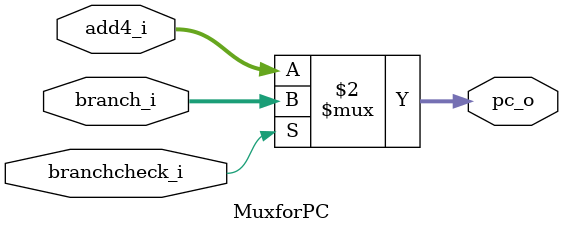
<source format=v>
module MuxforPC (
   add4_i,        //pc+4
   branch_i,   //branch的address
   branchcheck_i, //確認是哪個
   pc_o      //最終pc address
);

input	[31:0]  	add4_i, branch_i;
input				branchcheck_i;
output	[31:0]		pc_o;

assign	pc_o = (branchcheck_i == 1'b0)?  add4_i : branch_i;
   

endmodule
</source>
